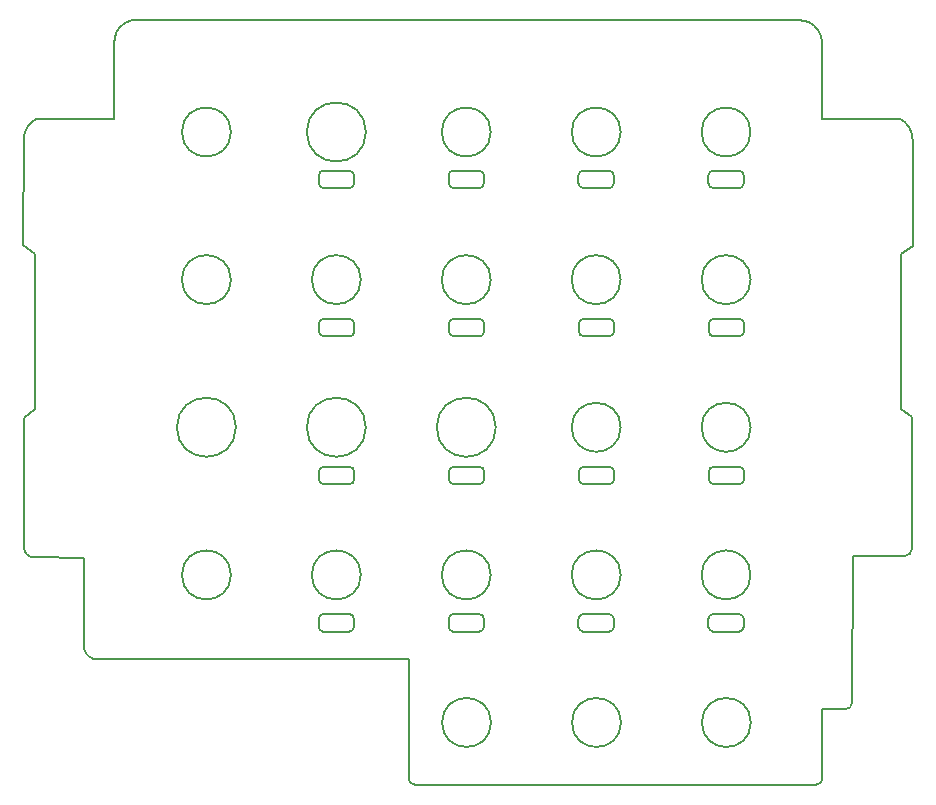
<source format=gbr>
G04 #@! TF.GenerationSoftware,KiCad,Pcbnew,(5.1.10)-1*
G04 #@! TF.CreationDate,2021-10-13T01:32:21-04:00*
G04 #@! TF.ProjectId,po_midi_adapter,706f5f6d-6964-4695-9f61-646170746572,rev?*
G04 #@! TF.SameCoordinates,PX5f57d00PY76b1be0*
G04 #@! TF.FileFunction,Profile,NP*
%FSLAX46Y46*%
G04 Gerber Fmt 4.6, Leading zero omitted, Abs format (unit mm)*
G04 Created by KiCad (PCBNEW (5.1.10)-1) date 2021-10-13 01:32:21*
%MOMM*%
%LPD*%
G01*
G04 APERTURE LIST*
G04 #@! TA.AperFunction,Profile*
%ADD10C,0.200000*%
G04 #@! TD*
G04 APERTURE END LIST*
D10*
X52044600Y16002000D02*
X49885600Y16002000D01*
X60452745Y15595556D02*
X60452000Y14935200D01*
X38456345Y15595556D02*
G75*
G02*
X38887400Y16002000I431055J-25356D01*
G01*
X30453855Y14909844D02*
G75*
G02*
X30022800Y14503400I-431055J25356D01*
G01*
X30048200Y16002000D02*
G75*
G02*
X30454644Y15570945I-25356J-431055D01*
G01*
X41046400Y16002000D02*
G75*
G02*
X41452844Y15570945I-25356J-431055D01*
G01*
X38862044Y14504145D02*
G75*
G02*
X38455600Y14935200I25356J431055D01*
G01*
X27458145Y15595556D02*
G75*
G02*
X27889200Y16002000I431055J-25356D01*
G01*
X41452055Y14909844D02*
G75*
G02*
X41021000Y14503400I-431055J25356D01*
G01*
X27863844Y14504145D02*
G75*
G02*
X27457400Y14935200I25356J431055D01*
G01*
X60452745Y15595556D02*
G75*
G02*
X60883800Y16002000I431055J-25356D01*
G01*
X63042800Y16002000D02*
G75*
G02*
X63449244Y15570945I-25356J-431055D01*
G01*
X60858444Y14504145D02*
G75*
G02*
X60452000Y14935200I25356J431055D01*
G01*
X63448455Y14909844D02*
G75*
G02*
X63017400Y14503400I-431055J25356D01*
G01*
X49860244Y14504145D02*
G75*
G02*
X49453800Y14935200I25356J431055D01*
G01*
X52450255Y14909844D02*
G75*
G02*
X52019200Y14503400I-431055J25356D01*
G01*
X52044600Y16002000D02*
G75*
G02*
X52451044Y15570945I-25356J-431055D01*
G01*
X49454545Y15595556D02*
G75*
G02*
X49885600Y16002000I431055J-25356D01*
G01*
X38862044Y14504145D02*
X41021000Y14503400D01*
X38456345Y15595556D02*
X38455600Y14935200D01*
X41452055Y14909844D02*
X41452844Y15570945D01*
X27863844Y14504145D02*
X30022800Y14503400D01*
X41046400Y16002000D02*
X38887400Y16002000D01*
X30453855Y14909844D02*
X30454644Y15570945D01*
X30048200Y16002000D02*
X27889200Y16002000D01*
X27458145Y15595556D02*
X27457400Y14935200D01*
X60858444Y14504145D02*
X63017400Y14503400D01*
X63042800Y16002000D02*
X60883800Y16002000D01*
X63448455Y14909844D02*
X63449244Y15570945D01*
X49860244Y14504145D02*
X52019200Y14503400D01*
X52450255Y14909844D02*
X52451044Y15570945D01*
X49454545Y15595556D02*
X49453800Y14935200D01*
X52070000Y28473400D02*
X49911000Y28473400D01*
X60478145Y28066956D02*
X60477400Y27406600D01*
X38481745Y28066956D02*
G75*
G02*
X38912800Y28473400I431055J-25356D01*
G01*
X30479255Y27381244D02*
G75*
G02*
X30048200Y26974800I-431055J25356D01*
G01*
X30073600Y28473400D02*
G75*
G02*
X30480044Y28042345I-25356J-431055D01*
G01*
X41071800Y28473400D02*
G75*
G02*
X41478244Y28042345I-25356J-431055D01*
G01*
X38887444Y26975545D02*
G75*
G02*
X38481000Y27406600I25356J431055D01*
G01*
X27483545Y28066956D02*
G75*
G02*
X27914600Y28473400I431055J-25356D01*
G01*
X41477455Y27381244D02*
G75*
G02*
X41046400Y26974800I-431055J25356D01*
G01*
X27889244Y26975545D02*
G75*
G02*
X27482800Y27406600I25356J431055D01*
G01*
X60478145Y28066956D02*
G75*
G02*
X60909200Y28473400I431055J-25356D01*
G01*
X63068200Y28473400D02*
G75*
G02*
X63474644Y28042345I-25356J-431055D01*
G01*
X60883844Y26975545D02*
G75*
G02*
X60477400Y27406600I25356J431055D01*
G01*
X63473855Y27381244D02*
G75*
G02*
X63042800Y26974800I-431055J25356D01*
G01*
X49885644Y26975545D02*
G75*
G02*
X49479200Y27406600I25356J431055D01*
G01*
X52475655Y27381244D02*
G75*
G02*
X52044600Y26974800I-431055J25356D01*
G01*
X52070000Y28473400D02*
G75*
G02*
X52476444Y28042345I-25356J-431055D01*
G01*
X49479945Y28066956D02*
G75*
G02*
X49911000Y28473400I431055J-25356D01*
G01*
X38887444Y26975545D02*
X41046400Y26974800D01*
X38481745Y28066956D02*
X38481000Y27406600D01*
X41477455Y27381244D02*
X41478244Y28042345D01*
X27889244Y26975545D02*
X30048200Y26974800D01*
X41071800Y28473400D02*
X38912800Y28473400D01*
X30479255Y27381244D02*
X30480044Y28042345D01*
X30073600Y28473400D02*
X27914600Y28473400D01*
X27483545Y28066956D02*
X27482800Y27406600D01*
X60883844Y26975545D02*
X63042800Y26974800D01*
X63068200Y28473400D02*
X60909200Y28473400D01*
X63473855Y27381244D02*
X63474644Y28042345D01*
X49885644Y26975545D02*
X52044600Y26974800D01*
X52475655Y27381244D02*
X52476444Y28042345D01*
X49479945Y28066956D02*
X49479200Y27406600D01*
X52070000Y40995600D02*
X49911000Y40995600D01*
X60478145Y40589156D02*
X60477400Y39928800D01*
X38481745Y40589156D02*
G75*
G02*
X38912800Y40995600I431055J-25356D01*
G01*
X30479255Y39903444D02*
G75*
G02*
X30048200Y39497000I-431055J25356D01*
G01*
X30073600Y40995600D02*
G75*
G02*
X30480044Y40564545I-25356J-431055D01*
G01*
X41071800Y40995600D02*
G75*
G02*
X41478244Y40564545I-25356J-431055D01*
G01*
X38887444Y39497745D02*
G75*
G02*
X38481000Y39928800I25356J431055D01*
G01*
X27483545Y40589156D02*
G75*
G02*
X27914600Y40995600I431055J-25356D01*
G01*
X41477455Y39903444D02*
G75*
G02*
X41046400Y39497000I-431055J25356D01*
G01*
X27889244Y39497745D02*
G75*
G02*
X27482800Y39928800I25356J431055D01*
G01*
X60478145Y40589156D02*
G75*
G02*
X60909200Y40995600I431055J-25356D01*
G01*
X63068200Y40995600D02*
G75*
G02*
X63474644Y40564545I-25356J-431055D01*
G01*
X60883844Y39497745D02*
G75*
G02*
X60477400Y39928800I25356J431055D01*
G01*
X63473855Y39903444D02*
G75*
G02*
X63042800Y39497000I-431055J25356D01*
G01*
X49885644Y39497745D02*
G75*
G02*
X49479200Y39928800I25356J431055D01*
G01*
X52475655Y39903444D02*
G75*
G02*
X52044600Y39497000I-431055J25356D01*
G01*
X52070000Y40995600D02*
G75*
G02*
X52476444Y40564545I-25356J-431055D01*
G01*
X49479945Y40589156D02*
G75*
G02*
X49911000Y40995600I431055J-25356D01*
G01*
X38887444Y39497745D02*
X41046400Y39497000D01*
X38481745Y40589156D02*
X38481000Y39928800D01*
X41477455Y39903444D02*
X41478244Y40564545D01*
X27889244Y39497745D02*
X30048200Y39497000D01*
X41071800Y40995600D02*
X38912800Y40995600D01*
X30479255Y39903444D02*
X30480044Y40564545D01*
X30073600Y40995600D02*
X27914600Y40995600D01*
X27483545Y40589156D02*
X27482800Y39928800D01*
X60883844Y39497745D02*
X63042800Y39497000D01*
X63068200Y40995600D02*
X60909200Y40995600D01*
X63473855Y39903444D02*
X63474644Y40564545D01*
X49885644Y39497745D02*
X52044600Y39497000D01*
X52475655Y39903444D02*
X52476444Y40564545D01*
X49479945Y40589156D02*
X49479200Y39928800D01*
X38456345Y53136756D02*
G75*
G02*
X38887400Y53543200I431055J-25356D01*
G01*
X41046400Y53543200D02*
G75*
G02*
X41452844Y53112145I-25356J-431055D01*
G01*
X38862044Y52045345D02*
G75*
G02*
X38455600Y52476400I25356J431055D01*
G01*
X41452055Y52451044D02*
G75*
G02*
X41021000Y52044600I-431055J25356D01*
G01*
X27863844Y52045345D02*
G75*
G02*
X27457400Y52476400I25356J431055D01*
G01*
X30453855Y52451044D02*
G75*
G02*
X30022800Y52044600I-431055J25356D01*
G01*
X30048200Y53543200D02*
G75*
G02*
X30454644Y53112145I-25356J-431055D01*
G01*
X27458145Y53136756D02*
G75*
G02*
X27889200Y53543200I431055J-25356D01*
G01*
X60858444Y52045345D02*
G75*
G02*
X60452000Y52476400I25356J431055D01*
G01*
X63448455Y52451044D02*
G75*
G02*
X63017400Y52044600I-431055J25356D01*
G01*
X63042800Y53543200D02*
G75*
G02*
X63449244Y53112145I-25356J-431055D01*
G01*
X60452745Y53136756D02*
G75*
G02*
X60883800Y53543200I431055J-25356D01*
G01*
X49860244Y52045345D02*
G75*
G02*
X49453800Y52476400I25356J431055D01*
G01*
X52450255Y52451044D02*
G75*
G02*
X52019200Y52044600I-431055J25356D01*
G01*
X49454545Y53136756D02*
G75*
G02*
X49885600Y53543200I431055J-25356D01*
G01*
X52044600Y53543200D02*
G75*
G02*
X52451044Y53112145I-25356J-431055D01*
G01*
X3327400Y20802600D02*
G75*
G02*
X2514600Y21615400I0J812800D01*
G01*
X77724000Y21615400D02*
G75*
G02*
X76987400Y20878800I-736600J0D01*
G01*
X75971400Y57937400D02*
X76657200Y57937400D01*
X2489200Y32613600D02*
X2514600Y21615400D01*
X2463800Y47218600D02*
X2471463Y56159400D01*
X2463800Y47218600D02*
X3429000Y46507400D01*
X3429000Y46507400D02*
X3429000Y33324800D01*
X2489200Y32613600D02*
X3429000Y33324800D01*
X77749400Y47193200D02*
X76784200Y46482000D01*
X77724000Y21615400D02*
X77724000Y32664400D01*
X77724000Y32664400D02*
X76784200Y33375600D01*
X76784200Y46482000D02*
X76784200Y33375600D01*
X70106534Y2057400D02*
G75*
G02*
X69545200Y1549400I-510534J0D01*
G01*
X72609707Y8489053D02*
G75*
G02*
X72059800Y7933400I-524507J-30853D01*
G01*
X35610768Y1550034D02*
G75*
G02*
X35077400Y2057400I-25368J507366D01*
G01*
X8357409Y12220148D02*
G75*
G02*
X7594600Y13335000I301304J1024552D01*
G01*
X7586396Y57933399D02*
X3606800Y57937400D01*
X7594600Y20777200D02*
X7594600Y13335000D01*
X3327400Y20802600D02*
X7594600Y20777200D01*
X3606788Y57937425D02*
G75*
G03*
X2471463Y56159400I864675J-1803606D01*
G01*
X72609708Y8489053D02*
X72669400Y20904200D01*
X76657200Y57937400D02*
G75*
G02*
X77741737Y56159219I-915463J-1778181D01*
G01*
X76987400Y20878800D02*
X72669400Y20904200D01*
X77741737Y56159219D02*
X77749400Y47193200D01*
X70086199Y57933399D02*
X75971400Y57937400D01*
X30048200Y53543200D02*
X27889200Y53543200D01*
X31449033Y56805796D02*
G75*
G03*
X31449033Y56805796I-2500000J0D01*
G01*
X30453855Y52451044D02*
X30454644Y53112145D01*
X41046400Y53543200D02*
X38887400Y53543200D01*
X27863844Y52045345D02*
X30022800Y52044600D01*
X27458145Y53136756D02*
X27457400Y52476400D01*
X7586396Y57933399D02*
X10086200Y57933399D01*
X69545200Y1549400D02*
X35610768Y1550034D01*
X70086200Y7933400D02*
X70106534Y2057400D01*
X35077400Y2057400D02*
X35086201Y12214602D01*
X38862044Y52045345D02*
X41021000Y52044600D01*
X20449033Y31805796D02*
G75*
G03*
X20449033Y31805796I-2500000J0D01*
G01*
X41452055Y52451044D02*
X41452844Y53112145D01*
X72059800Y7933400D02*
X70086200Y7933400D01*
X70086199Y64314600D02*
X70086199Y57933399D01*
X68930369Y66127713D02*
G75*
G02*
X70086199Y64314600I-844170J-1813113D01*
G01*
X10086200Y64314600D02*
X10299288Y65212900D01*
X38456345Y53136756D02*
X38455600Y52476400D01*
X35086201Y12214602D02*
X8357409Y12220148D01*
X10086200Y57933399D02*
X10086200Y64314600D01*
X68086199Y66314600D02*
X68930369Y66127713D01*
X10299286Y65212900D02*
G75*
G02*
X12086200Y66314601I1786914J-898300D01*
G01*
X12086200Y66314601D02*
X68086199Y66314600D01*
X53024032Y31805796D02*
G75*
G03*
X53024032Y31805796I-2075000J0D01*
G01*
X64048925Y6810423D02*
G75*
G03*
X64048925Y6810423I-2075000J0D01*
G01*
X64024032Y56805796D02*
G75*
G03*
X64024032Y56805796I-2075000J0D01*
G01*
X20024033Y19305796D02*
G75*
G03*
X20024033Y19305796I-2075000J0D01*
G01*
X64024032Y19305796D02*
G75*
G03*
X64024032Y19305796I-2075000J0D01*
G01*
X20024033Y44305796D02*
G75*
G03*
X20024033Y44305796I-2075000J0D01*
G01*
X64024032Y44305796D02*
G75*
G03*
X64024032Y44305796I-2075000J0D01*
G01*
X42024032Y19305796D02*
G75*
G03*
X42024032Y19305796I-2074999J0D01*
G01*
X31024033Y44305796D02*
G75*
G03*
X31024033Y44305796I-2075000J0D01*
G01*
X52450255Y52451044D02*
X52451044Y53112145D01*
X31024033Y19305796D02*
G75*
G03*
X31024033Y19305796I-2075000J0D01*
G01*
X42449032Y31805796D02*
G75*
G03*
X42449032Y31805796I-2499999J0D01*
G01*
X64024032Y31805796D02*
G75*
G03*
X64024032Y31805796I-2075000J0D01*
G01*
X42048925Y6810423D02*
G75*
G03*
X42048925Y6810423I-2074999J0D01*
G01*
X49860244Y52045345D02*
X52019200Y52044600D01*
X49454545Y53136756D02*
X49453800Y52476400D01*
X53024032Y44305796D02*
G75*
G03*
X53024032Y44305796I-2075000J0D01*
G01*
X31449033Y31805796D02*
G75*
G03*
X31449033Y31805796I-2500000J0D01*
G01*
X63448455Y52451044D02*
X63449244Y53112145D01*
X60858444Y52045345D02*
X63017400Y52044600D01*
X63042800Y53543200D02*
X60883800Y53543200D01*
X20024033Y56805796D02*
G75*
G03*
X20024033Y56805796I-2075000J0D01*
G01*
X42024032Y44305796D02*
G75*
G03*
X42024032Y44305796I-2074999J0D01*
G01*
X52044600Y53543200D02*
X49885600Y53543200D01*
X53024032Y56805796D02*
G75*
G03*
X53024032Y56805796I-2075000J0D01*
G01*
X53048925Y6810423D02*
G75*
G03*
X53048925Y6810423I-2075000J0D01*
G01*
X42024032Y56805796D02*
G75*
G03*
X42024032Y56805796I-2074999J0D01*
G01*
X60452745Y53136756D02*
X60452000Y52476400D01*
X53024032Y19305796D02*
G75*
G03*
X53024032Y19305796I-2075000J0D01*
G01*
M02*

</source>
